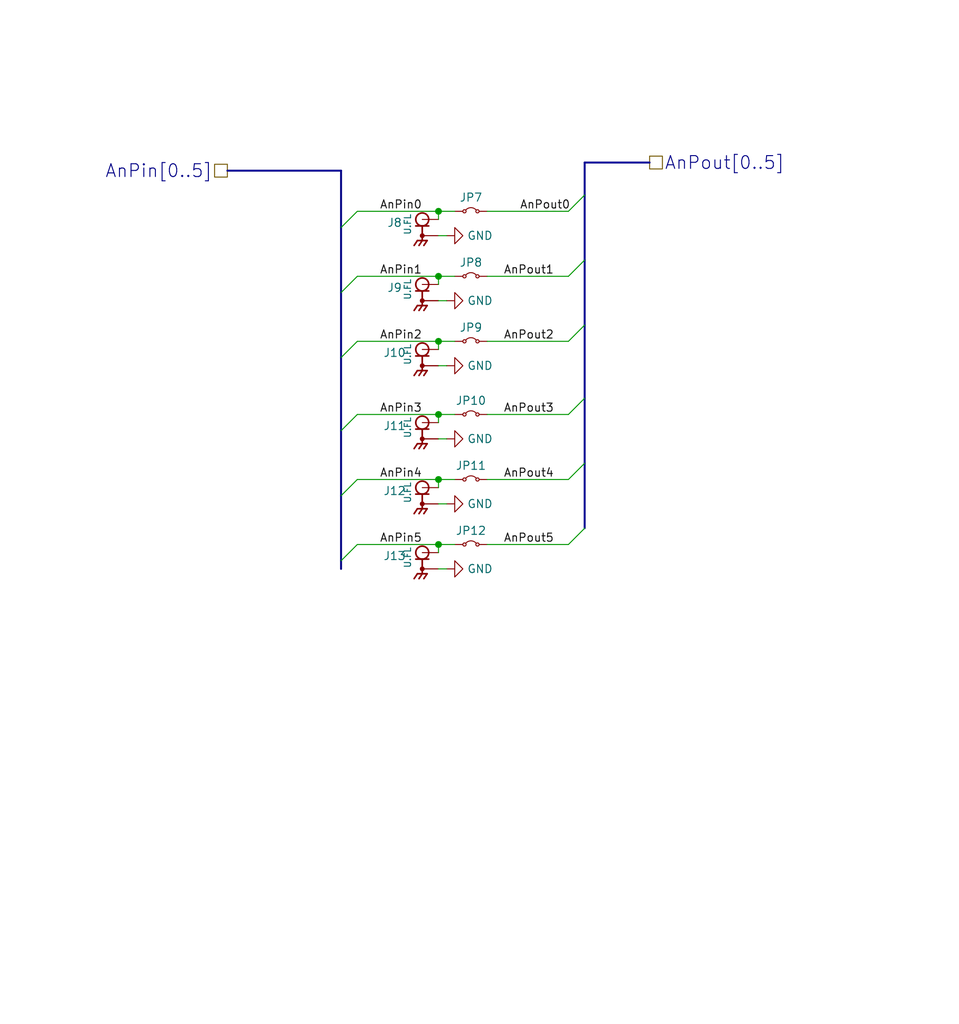
<source format=kicad_sch>
(kicad_sch (version 20231120) (generator "eeschema") (generator_version "8.0")
  (paper "User" 150 160)
  (title_block (title "Analog Pin Breakouts") (date "2024-12-10") (rev "2.0"))
  (lib_symbols
    (symbol "Jumper:Jumper_2_Small_Bridged" (pin_numbers hide) (pin_names (offset 0) hide) (exclude_from_sim yes)
      (property "Reference" "JP" (at 0 2.032 0))
      (property "Value" "Jumper_2_Small_Bridged" (at 0 -2.286 0))
      (symbol "Jumper_2_Small_Bridged_0_0"
        (circle (center -1.016 0) (radius 0.254))
        (circle (center 1.016 0) (radius 0.254))
      )
      (symbol "Jumper_2_Small_Bridged_0_1"
        (arc (start 0.762 0.254) (mid 0 0.5696) (end -0.762 0.254))
      )
      (symbol "Jumper_2_Small_Bridged_1_1"
        (pin passive line (at -2.54 0 0) (length 1.27) (name "A") (number "1"))
        (pin passive line (at 2.54 0 180) (length 1.27) (name "B") (number "2"))
      )
    )
    (symbol "power:GND" (power) (pin_numbers hide) (pin_names (offset 0) hide)
      (property "Value" "GND" (at 0 -3.81 0))
      (symbol "GND_0_1"
        (polyline (pts (xy 0 0) (xy 0 -1.27) (xy 1.27 -1.27) (xy 0 -2.54) (xy -1.27 -1.27) (xy 0 -1.27)))
      )
      (symbol "GND_1_1"
        (pin power_in line (at 0 0 270) (length 0) (name "~") (number "1"))
      )
    )
    (symbol "psysnapeda:RSP-122811-01" (pin_numbers hide) (pin_names (offset 1.016) hide)
      (property "Reference" "J" (at -2.032 3.556 0))
      (property "Value" "RSP-122811-01" (at -4.064 -4.318 0))
      (symbol "RSP-122811-01_0_0"
        (polyline (pts (xy -1.016 1.524) (xy 0 1.524)) (stroke (width 0.254)))
        (polyline (pts (xy -0.762 -0.762) (xy -1.27 -1.524)) (stroke (width 0.254)))
        (polyline (pts (xy 0 -0.762) (xy -0.762 -0.762)) (stroke (width 0.254)))
        (polyline (pts (xy 0 -0.762) (xy -0.508 -1.524)) (stroke (width 0.254)))
        (polyline (pts (xy 0 -0.762) (xy 0.762 -0.762)) (stroke (width 0.254)))
        (polyline (pts (xy 0 0) (xy 0 -0.762)) (stroke (width 0.254)))
        (polyline (pts (xy 0 1.524) (xy 0 0)) (stroke (width 0.254)))
        (polyline (pts (xy 0 1.524) (xy 1.016 1.524)) (stroke (width 0.254)))
        (polyline (pts (xy 0.762 -0.762) (xy 0.254 -1.524)) (stroke (width 0.254)))
        (circle (center 0 0) (radius 0.254) (stroke (width 0.254)))
        (circle (center 0 2.54) (radius 1.016) (stroke (width 0.254)))
        (pin passive line (at 2.54 0 180) (length 2.54) (name "~") (number "G2"))
      )
      (symbol "RSP-122811-01_1_0"
        (pin passive line (at 2.54 2.54 180) (length 2.54) (name "~") (number "1"))
        (pin passive line (at 2.54 0 180) (length 2.54) (name "~") (number "G1"))
      )
    )
  )
  (junction (at 68.58 64.77))
  (junction (at 68.58 85.09))
  (junction (at 68.58 53.34))
  (junction (at 68.58 33.02))
  (junction (at 68.58 74.93))
  (junction (at 68.58 43.18))
  (bus_entry (at 91.44 62.23) (size -2.54 2.54))
  (bus_entry (at 91.44 72.39) (size -2.54 2.54))
  (bus_entry (at 53.34 67.31) (size 2.54 -2.54))
  (bus_entry (at 91.44 40.64) (size -2.54 2.54))
  (bus_entry (at 53.34 45.72) (size 2.54 -2.54))
  (bus_entry (at 91.44 50.8) (size -2.54 2.54))
  (bus_entry (at 91.44 82.55) (size -2.54 2.54))
  (bus_entry (at 53.34 35.56) (size 2.54 -2.54))
  (bus_entry (at 53.34 77.47) (size 2.54 -2.54))
  (bus_entry (at 91.44 30.48) (size -2.54 2.54))
  (bus_entry (at 53.34 55.88) (size 2.54 -2.54))
  (bus_entry (at 53.34 87.63) (size 2.54 -2.54))
  (wire (pts (xy 55.88 74.93) (xy 68.58 74.93)))
  (bus (pts (xy 91.44 25.4) (xy 91.44 30.48)))
  (wire (pts (xy 76.2 33.02) (xy 88.9 33.02)))
  (wire (pts (xy 55.88 53.34) (xy 68.58 53.34)))
  (bus (pts (xy 91.44 25.4) (xy 101.6 25.4)))
  (wire (pts (xy 68.58 33.02) (xy 68.58 34.29)))
  (wire (pts (xy 88.9 43.18) (xy 76.2 43.18)))
  (bus (pts (xy 91.44 72.39) (xy 91.44 62.23)))
  (bus (pts (xy 53.34 26.67) (xy 53.34 35.56)))
  (wire (pts (xy 88.9 64.77) (xy 76.2 64.77)))
  (wire (pts (xy 68.58 88.9) (xy 69.85 88.9)))
  (wire (pts (xy 68.58 64.77) (xy 71.12 64.77)))
  (wire (pts (xy 55.88 85.09) (xy 68.58 85.09)))
  (wire (pts (xy 88.9 74.93) (xy 76.2 74.93)))
  (wire (pts (xy 55.88 64.77) (xy 68.58 64.77)))
  (wire (pts (xy 68.58 53.34) (xy 71.12 53.34)))
  (wire (pts (xy 68.58 74.93) (xy 68.58 76.2)))
  (wire (pts (xy 68.58 78.74) (xy 69.85 78.74)))
  (bus (pts (xy 53.34 35.56) (xy 53.34 45.72)))
  (wire (pts (xy 68.58 43.18) (xy 71.12 43.18)))
  (bus (pts (xy 91.44 50.8) (xy 91.44 40.64)))
  (bus (pts (xy 35.56 26.67) (xy 53.34 26.67)))
  (wire (pts (xy 88.9 53.34) (xy 76.2 53.34)))
  (wire (pts (xy 88.9 85.09) (xy 76.2 85.09)))
  (wire (pts (xy 68.58 57.15) (xy 69.85 57.15)))
  (wire (pts (xy 68.58 64.77) (xy 68.58 66.04)))
  (bus (pts (xy 91.44 40.64) (xy 91.44 30.48)))
  (bus (pts (xy 91.44 62.23) (xy 91.44 50.8)))
  (wire (pts (xy 68.58 46.99) (xy 69.85 46.99)))
  (wire (pts (xy 68.58 36.83) (xy 69.85 36.83)))
  (wire (pts (xy 68.58 53.34) (xy 68.58 54.61)))
  (bus (pts (xy 53.34 55.88) (xy 53.34 67.31)))
  (wire (pts (xy 68.58 85.09) (xy 71.12 85.09)))
  (bus (pts (xy 53.34 87.63) (xy 53.34 88.9)))
  (bus (pts (xy 91.44 82.55) (xy 91.44 72.39)))
  (wire (pts (xy 55.88 43.18) (xy 68.58 43.18)))
  (wire (pts (xy 68.58 74.93) (xy 71.12 74.93)))
  (bus (pts (xy 53.34 77.47) (xy 53.34 87.63)))
  (bus (pts (xy 53.34 67.31) (xy 53.34 77.47)))
  (wire (pts (xy 68.58 33.02) (xy 71.12 33.02)))
  (wire (pts (xy 68.58 68.58) (xy 69.85 68.58)))
  (wire (pts (xy 55.88 33.02) (xy 68.58 33.02)))
  (bus (pts (xy 53.34 45.72) (xy 53.34 55.88)))
  (wire (pts (xy 68.58 43.18) (xy 68.58 44.45)))
  (wire (pts (xy 68.58 85.09) (xy 68.58 86.36)))
  (label "AnPout5" (at 78.74 85.09 0))
  (label "AnPin5" (at 66.04 85.09 180))
  (label "AnPin2" (at 66.04 53.34 180))
  (label "AnPout2" (at 78.74 53.34 0))
  (label "AnPin1" (at 66.04 43.18 180))
  (label "AnPin3" (at 66.04 64.77 180))
  (label "AnPout3" (at 78.74 64.77 0))
  (label "AnPin4" (at 66.04 74.93 180))
  (label "AnPin0" (at 66.04 33.02 180))
  (label "AnPout4" (at 78.74 74.93 0))
  (label "AnPout0" (at 81.28 33.02 0))
  (label "AnPout1" (at 78.74 43.18 0))
  (hierarchical_label "AnPout[0..5]" (shape passive) (at 101.6 25.4 0) (effects (font (size 2 2))))
  (hierarchical_label "AnPin[0..5]" (shape passive) (at 35.56 26.67 180) (effects (font (size 2 2))))
  (symbol (lib_id "power:GND") (at 69.85 36.83 90) (unit 1)
    (property "Reference" "#PWR068" (effects (hide yes)))
    (property "Value" "GND" (at 73.025 36.83 90) (effects (justify right)))
    (property "Description" "Power symbol creates a global label with name \"GND\" , ground" (effects (hide yes)))
    (instances (project "breakout-tt07-qfn" (path "" (reference "#PWR068") (unit 1)) (path "" (reference "#PWR062") (unit 1))))
  )
  (symbol (lib_id "Jumper:Jumper_2_Small_Bridged") (at 73.66 74.93 0) (unit 1) (exclude_from_sim yes) (in_bom no)
    (property "Reference" "JP11" (at 73.66 72.7673 0))
    (property "Value" "Jumper_2_Small_Bridged" (effects (hide yes)))
    (property "Footprint" "Jumper:SolderJumper-2_P1.3mm_Bridged_RoundedPad1.0x1.5mm" (effects (hide yes)))
    (property "Description" "Jumper, 2-pole, small symbol, bridged" (effects (hide yes)))
    (instances (project "breakout-tt07-qfn" (path "" (reference "JP11") (unit 1)) (path "" (reference "JP5") (unit 1))))
  )
  (symbol (lib_id "power:GND") (at 69.85 78.74 90) (unit 1)
    (property "Reference" "#PWR072" (effects (hide yes)))
    (property "Value" "GND" (at 73.025 78.74 90) (effects (justify right)))
    (property "Description" "Power symbol creates a global label with name \"GND\" , ground" (effects (hide yes)))
    (instances (project "breakout-tt07-qfn" (path "" (reference "#PWR072") (unit 1)) (path "" (reference "#PWR066") (unit 1))))
  )
  (symbol (lib_id "power:GND") (at 69.85 68.58 90) (unit 1)
    (property "Reference" "#PWR071" (effects (hide yes)))
    (property "Value" "GND" (at 73.025 68.58 90) (effects (justify right)))
    (property "Description" "Power symbol creates a global label with name \"GND\" , ground" (effects (hide yes)))
    (instances (project "breakout-tt07-qfn" (path "" (reference "#PWR071") (unit 1)) (path "" (reference "#PWR065") (unit 1))))
  )
  (symbol (lib_id "psysnapeda:RSP-122811-01") (at 66.04 68.58 0) (unit 1)
    (property "Reference" "J11" (at 61.722 66.548 0))
    (property "Value" "U.FL" (at 63.754 66.802 90) (effects (font (size 1 1))))
    (property "Footprint" "psysnapeda:SAMTEC_RSP-122811-01" (effects (hide yes)))
    (property "Datasheet" "https://mm.digikey.com/Volume0/opasdata/d220001/medias/docus/6210/rsp-122811-01-mkt.pdf" (effects (hide yes)))
    (property "Description" "U.FL (UMCC), IPEX MHFI Connector Receptacle, Male Pin 50 Ohms Surface Mount Solder" (effects (hide yes)))
    (property "MPN" "RSP-122811-01" (effects (hide yes)))
    (property "MPN_ALT" "U.FL-R-SMT-1(80)" (effects (hide yes)))
    (property "LCSC" "C88374" (effects (hide yes)))
    (property "DigikeyPN" "612-RSP-122811-01CT-ND" (effects (hide yes)))
    (property "Characteristics" "ipex/u.fl connector" (effects (hide yes)))
    (instances (project "breakout-tt07-qfn" (path "" (reference "J11") (unit 1)) (path "" (reference "J5") (unit 1))))
  )
  (symbol (lib_id "Jumper:Jumper_2_Small_Bridged") (at 73.66 53.34 0) (unit 1) (exclude_from_sim yes) (in_bom no)
    (property "Reference" "JP9" (at 73.66 51.1773 0))
    (property "Value" "Jumper_2_Small_Bridged" (effects (hide yes)))
    (property "Footprint" "Jumper:SolderJumper-2_P1.3mm_Bridged_RoundedPad1.0x1.5mm" (effects (hide yes)))
    (property "Description" "Jumper, 2-pole, small symbol, bridged" (effects (hide yes)))
    (instances (project "breakout-tt07-qfn" (path "" (reference "JP9") (unit 1)) (path "" (reference "JP3") (unit 1))))
  )
  (symbol (lib_id "Jumper:Jumper_2_Small_Bridged") (at 73.66 33.02 0) (unit 1) (exclude_from_sim yes) (in_bom no)
    (property "Reference" "JP7" (at 73.66 30.8573 0))
    (property "Value" "Jumper_2_Small_Bridged" (effects (hide yes)))
    (property "Footprint" "Jumper:SolderJumper-2_P1.3mm_Bridged_RoundedPad1.0x1.5mm" (effects (hide yes)))
    (property "Description" "Jumper, 2-pole, small symbol, bridged" (effects (hide yes)))
    (instances (project "breakout-tt07-qfn" (path "" (reference "JP7") (unit 1)) (path "" (reference "JP1") (unit 1))))
  )
  (symbol (lib_id "psysnapeda:RSP-122811-01") (at 66.04 88.9 0) (unit 1)
    (property "Reference" "J13" (at 61.722 86.868 0))
    (property "Value" "U.FL" (at 63.754 87.122 90) (effects (font (size 1 1))))
    (property "Footprint" "psysnapeda:SAMTEC_RSP-122811-01" (effects (hide yes)))
    (property "Datasheet" "https://mm.digikey.com/Volume0/opasdata/d220001/medias/docus/6210/rsp-122811-01-mkt.pdf" (effects (hide yes)))
    (property "Description" "U.FL (UMCC), IPEX MHFI Connector Receptacle, Male Pin 50 Ohms Surface Mount Solder" (effects (hide yes)))
    (property "MPN" "RSP-122811-01" (effects (hide yes)))
    (property "MPN_ALT" "U.FL-R-SMT-1(80)" (effects (hide yes)))
    (property "LCSC" "C88374" (effects (hide yes)))
    (property "DigikeyPN" "612-RSP-122811-01CT-ND" (effects (hide yes)))
    (property "Characteristics" "ipex/u.fl connector" (effects (hide yes)))
    (instances (project "breakout-tt07-qfn" (path "" (reference "J13") (unit 1)) (path "" (reference "J7") (unit 1))))
  )
  (symbol (lib_id "psysnapeda:RSP-122811-01") (at 66.04 46.99 0) (unit 1)
    (property "Reference" "J9" (at 61.722 44.958 0))
    (property "Value" "U.FL" (at 63.754 45.212 90) (effects (font (size 1 1))))
    (property "Footprint" "psysnapeda:SAMTEC_RSP-122811-01" (effects (hide yes)))
    (property "Datasheet" "https://mm.digikey.com/Volume0/opasdata/d220001/medias/docus/6210/rsp-122811-01-mkt.pdf" (effects (hide yes)))
    (property "Description" "U.FL (UMCC), IPEX MHFI Connector Receptacle, Male Pin 50 Ohms Surface Mount Solder" (effects (hide yes)))
    (property "MPN" "RSP-122811-01" (effects (hide yes)))
    (property "MPN_ALT" "U.FL-R-SMT-1(80)" (effects (hide yes)))
    (property "LCSC" "C88374" (effects (hide yes)))
    (property "DigikeyPN" "612-RSP-122811-01CT-ND" (effects (hide yes)))
    (property "Characteristics" "ipex/u.fl connector" (effects (hide yes)))
    (instances (project "breakout-tt07-qfn" (path "" (reference "J9") (unit 1)) (path "" (reference "J3") (unit 1))))
  )
  (symbol (lib_id "power:GND") (at 69.85 57.15 90) (unit 1)
    (property "Reference" "#PWR070" (effects (hide yes)))
    (property "Value" "GND" (at 73.025 57.15 90) (effects (justify right)))
    (property "Description" "Power symbol creates a global label with name \"GND\" , ground" (effects (hide yes)))
    (instances (project "breakout-tt07-qfn" (path "" (reference "#PWR070") (unit 1)) (path "" (reference "#PWR064") (unit 1))))
  )
  (symbol (lib_id "Jumper:Jumper_2_Small_Bridged") (at 73.66 85.09 0) (unit 1) (exclude_from_sim yes) (in_bom no)
    (property "Reference" "JP12" (at 73.66 82.9273 0))
    (property "Value" "Jumper_2_Small_Bridged" (effects (hide yes)))
    (property "Footprint" "Jumper:SolderJumper-2_P1.3mm_Bridged_RoundedPad1.0x1.5mm" (effects (hide yes)))
    (property "Description" "Jumper, 2-pole, small symbol, bridged" (effects (hide yes)))
    (instances (project "breakout-tt07-qfn" (path "" (reference "JP12") (unit 1)) (path "" (reference "JP6") (unit 1))))
  )
  (symbol (lib_id "Jumper:Jumper_2_Small_Bridged") (at 73.66 43.18 0) (unit 1) (exclude_from_sim yes) (in_bom no)
    (property "Reference" "JP8" (at 73.66 41.0173 0))
    (property "Value" "Jumper_2_Small_Bridged" (effects (hide yes)))
    (property "Footprint" "Jumper:SolderJumper-2_P1.3mm_Bridged_RoundedPad1.0x1.5mm" (effects (hide yes)))
    (property "Description" "Jumper, 2-pole, small symbol, bridged" (effects (hide yes)))
    (instances (project "breakout-tt07-qfn" (path "" (reference "JP8") (unit 1)) (path "" (reference "JP2") (unit 1))))
  )
  (symbol (lib_id "power:GND") (at 69.85 88.9 90) (unit 1)
    (property "Reference" "#PWR073" (effects (hide yes)))
    (property "Value" "GND" (at 73.025 88.9 90) (effects (justify right)))
    (property "Description" "Power symbol creates a global label with name \"GND\" , ground" (effects (hide yes)))
    (instances (project "breakout-tt07-qfn" (path "" (reference "#PWR073") (unit 1)) (path "" (reference "#PWR067") (unit 1))))
  )
  (symbol (lib_id "Jumper:Jumper_2_Small_Bridged") (at 73.66 64.77 0) (unit 1) (exclude_from_sim yes) (in_bom no)
    (property "Reference" "JP10" (at 73.66 62.6073 0))
    (property "Value" "Jumper_2_Small_Bridged" (effects (hide yes)))
    (property "Footprint" "Jumper:SolderJumper-2_P1.3mm_Bridged_RoundedPad1.0x1.5mm" (effects (hide yes)))
    (property "Description" "Jumper, 2-pole, small symbol, bridged" (effects (hide yes)))
    (instances (project "breakout-tt07-qfn" (path "" (reference "JP10") (unit 1)) (path "" (reference "JP4") (unit 1))))
  )
  (symbol (lib_id "power:GND") (at 69.85 46.99 90) (unit 1)
    (property "Reference" "#PWR069" (effects (hide yes)))
    (property "Value" "GND" (at 73.025 46.99 90) (effects (justify right)))
    (property "Description" "Power symbol creates a global label with name \"GND\" , ground" (effects (hide yes)))
    (instances (project "breakout-tt07-qfn" (path "" (reference "#PWR069") (unit 1)) (path "" (reference "#PWR063") (unit 1))))
  )
  (symbol (lib_id "psysnapeda:RSP-122811-01") (at 66.04 78.74 0) (unit 1)
    (property "Reference" "J12" (at 61.722 76.708 0))
    (property "Value" "U.FL" (at 63.754 76.962 90) (effects (font (size 1 1))))
    (property "Footprint" "psysnapeda:SAMTEC_RSP-122811-01" (effects (hide yes)))
    (property "Datasheet" "https://mm.digikey.com/Volume0/opasdata/d220001/medias/docus/6210/rsp-122811-01-mkt.pdf" (effects (hide yes)))
    (property "Description" "U.FL (UMCC), IPEX MHFI Connector Receptacle, Male Pin 50 Ohms Surface Mount Solder" (effects (hide yes)))
    (property "MPN" "RSP-122811-01" (effects (hide yes)))
    (property "MPN_ALT" "U.FL-R-SMT-1(80)" (effects (hide yes)))
    (property "LCSC" "C88374" (effects (hide yes)))
    (property "DigikeyPN" "612-RSP-122811-01CT-ND" (effects (hide yes)))
    (property "Characteristics" "ipex/u.fl connector" (effects (hide yes)))
    (instances (project "breakout-tt07-qfn" (path "" (reference "J12") (unit 1)) (path "" (reference "J6") (unit 1))))
  )
  (symbol (lib_id "psysnapeda:RSP-122811-01") (at 66.04 57.15 0) (unit 1)
    (property "Reference" "J10" (at 61.722 55.118 0))
    (property "Value" "U.FL" (at 63.754 55.372 90) (effects (font (size 1 1))))
    (property "Footprint" "psysnapeda:SAMTEC_RSP-122811-01" (effects (hide yes)))
    (property "Datasheet" "https://mm.digikey.com/Volume0/opasdata/d220001/medias/docus/6210/rsp-122811-01-mkt.pdf" (effects (hide yes)))
    (property "Description" "U.FL (UMCC), IPEX MHFI Connector Receptacle, Male Pin 50 Ohms Surface Mount Solder" (effects (hide yes)))
    (property "MPN" "RSP-122811-01" (effects (hide yes)))
    (property "MPN_ALT" "U.FL-R-SMT-1(80)" (effects (hide yes)))
    (property "LCSC" "C88374" (effects (hide yes)))
    (property "DigikeyPN" "612-RSP-122811-01CT-ND" (effects (hide yes)))
    (property "Characteristics" "ipex/u.fl connector" (effects (hide yes)))
    (instances (project "breakout-tt07-qfn" (path "" (reference "J10") (unit 1)) (path "" (reference "J4") (unit 1))))
  )
  (symbol (lib_id "psysnapeda:RSP-122811-01") (at 66.04 36.83 0) (unit 1)
    (property "Reference" "J8" (at 61.722 34.798 0))
    (property "Value" "U.FL" (at 63.754 35.052 90) (effects (font (size 1 1))))
    (property "Footprint" "psysnapeda:SAMTEC_RSP-122811-01" (effects (hide yes)))
    (property "Datasheet" "https://mm.digikey.com/Volume0/opasdata/d220001/medias/docus/6210/rsp-122811-01-mkt.pdf" (effects (hide yes)))
    (property "Description" "U.FL (UMCC), IPEX MHFI Connector Receptacle, Male Pin 50 Ohms Surface Mount Solder" (effects (hide yes)))
    (property "MPN" "RSP-122811-01" (effects (hide yes)))
    (property "MPN_ALT" "U.FL-R-SMT-1(80)" (effects (hide yes)))
    (property "LCSC" "C88374" (effects (hide yes)))
    (property "DigikeyPN" "612-RSP-122811-01CT-ND" (effects (hide yes)))
    (property "Characteristics" "ipex/u.fl connector" (effects (hide yes)))
    (instances (project "breakout-tt07-qfn" (path "" (reference "J8") (unit 1)) (path "" (reference "J2") (unit 1))))
  )
)
</source>
